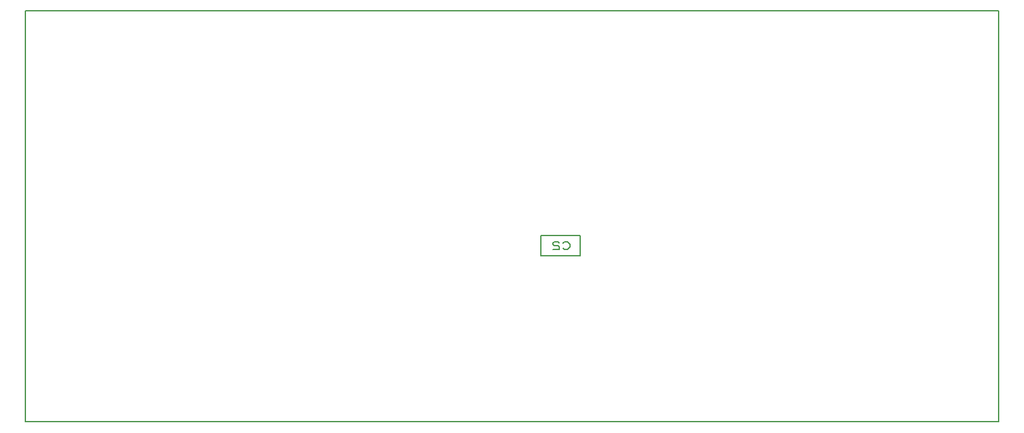
<source format=gbr>
G04 PROTEUS GERBER X2 FILE*
%TF.GenerationSoftware,Labcenter,Proteus,8.6-SP2-Build23525*%
%TF.CreationDate,2017-11-29T10:51:07+00:00*%
%TF.FileFunction,AssemblyDrawing,Bot*%
%TF.FilePolarity,Positive*%
%TF.Part,Single*%
%FSLAX45Y45*%
%MOMM*%
G01*
%TA.AperFunction,Profile*%
%ADD27C,0.203200*%
%TA.AperFunction,Material*%
%ADD31C,0.203200*%
%ADD59C,0.164590*%
%TD.AperFunction*%
D27*
X-8250000Y-4000000D02*
X+4750000Y-4000000D01*
X+4750000Y+1500000D01*
X-8250000Y+1500000D01*
X-8250000Y-4000000D01*
D31*
X-1367160Y-1777160D02*
X-838840Y-1777160D01*
X-838840Y-1502840D01*
X-1367160Y-1502840D01*
X-1367160Y-1777160D01*
D59*
X-1070081Y-1672919D02*
X-1053622Y-1689378D01*
X-1004245Y-1689378D01*
X-971327Y-1656460D01*
X-971327Y-1623541D01*
X-1004245Y-1590623D01*
X-1053622Y-1590623D01*
X-1070081Y-1607082D01*
X-1119459Y-1607082D02*
X-1135918Y-1590623D01*
X-1185295Y-1590623D01*
X-1201754Y-1607082D01*
X-1201754Y-1623541D01*
X-1185295Y-1640000D01*
X-1135918Y-1640000D01*
X-1119459Y-1656460D01*
X-1119459Y-1689378D01*
X-1201754Y-1689378D01*
M02*

</source>
